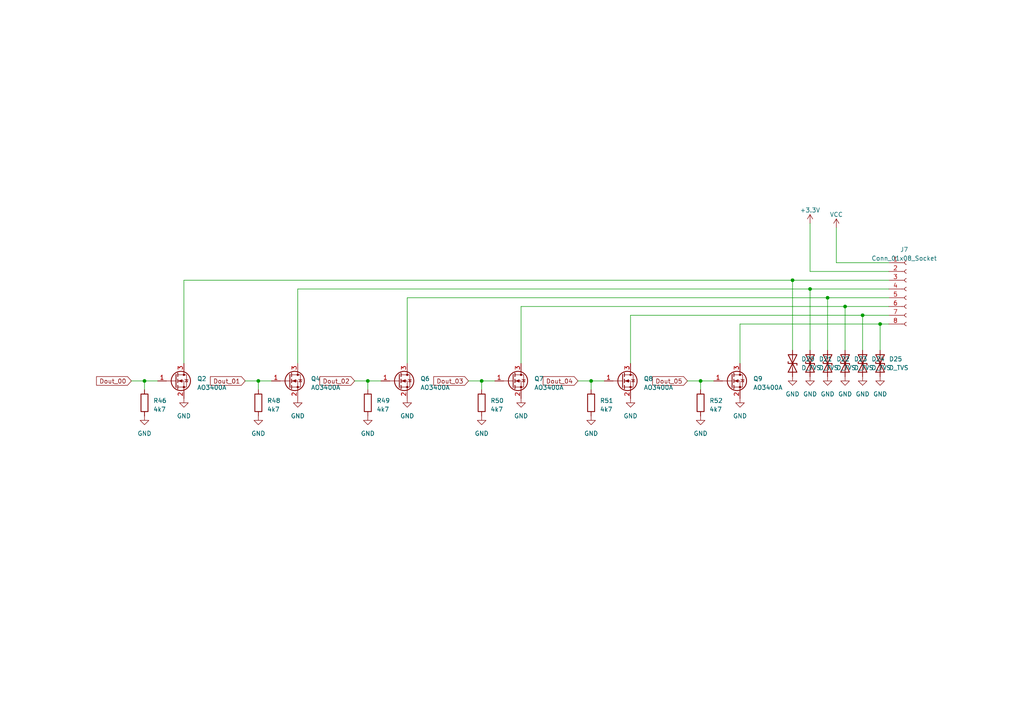
<source format=kicad_sch>
(kicad_sch (version 20231120) (generator "eeschema") (generator_version "8.0")
  (paper "A4")
  (lib_symbols
    (symbol "Connector:Conn_01x08_Socket" (pin_names (offset 1.016) hide)
      (property "Reference" "J" (at 0 10.16 0))
      (property "Value" "Conn_01x08_Socket" (at 0 -12.7 0))
      (symbol "Conn_01x08_Socket_1_1"
        (arc (start 0 -9.652) (mid -0.5058 -10.16) (end 0 -10.668) (stroke (width 0.1524)))
        (arc (start 0 -7.112) (mid -0.5058 -7.62) (end 0 -8.128) (stroke (width 0.1524)))
        (arc (start 0 -4.572) (mid -0.5058 -5.08) (end 0 -5.588) (stroke (width 0.1524)))
        (arc (start 0 -2.032) (mid -0.5058 -2.54) (end 0 -3.048) (stroke (width 0.1524)))
        (polyline (pts (xy -1.27 -10.16) (xy -0.508 -10.16)) (stroke (width 0.1524)))
        (polyline (pts (xy -1.27 -7.62) (xy -0.508 -7.62)) (stroke (width 0.1524)))
        (polyline (pts (xy -1.27 -5.08) (xy -0.508 -5.08)) (stroke (width 0.1524)))
        (polyline (pts (xy -1.27 -2.54) (xy -0.508 -2.54)) (stroke (width 0.1524)))
        (polyline (pts (xy -1.27 0) (xy -0.508 0)) (stroke (width 0.1524)))
        (polyline (pts (xy -1.27 2.54) (xy -0.508 2.54)) (stroke (width 0.1524)))
        (polyline (pts (xy -1.27 5.08) (xy -0.508 5.08)) (stroke (width 0.1524)))
        (polyline (pts (xy -1.27 7.62) (xy -0.508 7.62)) (stroke (width 0.1524)))
        (arc (start 0 0.508) (mid -0.5058 0) (end 0 -0.508) (stroke (width 0.1524)))
        (arc (start 0 3.048) (mid -0.5058 2.54) (end 0 2.032) (stroke (width 0.1524)))
        (arc (start 0 5.588) (mid -0.5058 5.08) (end 0 4.572) (stroke (width 0.1524)))
        (arc (start 0 8.128) (mid -0.5058 7.62) (end 0 7.112) (stroke (width 0.1524)))
        (pin passive line (at -5.08 7.62 0) (length 3.81) (name "Pin_1") (number "1"))
        (pin passive line (at -5.08 5.08 0) (length 3.81) (name "Pin_2") (number "2"))
        (pin passive line (at -5.08 2.54 0) (length 3.81) (name "Pin_3") (number "3"))
        (pin passive line (at -5.08 0 0) (length 3.81) (name "Pin_4") (number "4"))
        (pin passive line (at -5.08 -2.54 0) (length 3.81) (name "Pin_5") (number "5"))
        (pin passive line (at -5.08 -5.08 0) (length 3.81) (name "Pin_6") (number "6"))
        (pin passive line (at -5.08 -7.62 0) (length 3.81) (name "Pin_7") (number "7"))
        (pin passive line (at -5.08 -10.16 0) (length 3.81) (name "Pin_8") (number "8"))
      )
    )
    (symbol "Device:D_TVS" (pin_numbers hide) (pin_names (offset 1.016) hide)
      (property "Reference" "D" (at 0 2.54 0))
      (property "Value" "D_TVS" (at 0 -2.54 0))
      (symbol "D_TVS_0_1"
        (polyline (pts (xy 1.27 0) (xy -1.27 0)))
        (polyline (pts (xy 0.508 1.27) (xy 0 1.27) (xy 0 -1.27) (xy -0.508 -1.27)) (stroke (width 0.254)))
        (polyline (pts (xy -2.54 1.27) (xy -2.54 -1.27) (xy 2.54 1.27) (xy 2.54 -1.27) (xy -2.54 1.27)) (stroke (width 0.254)))
      )
      (symbol "D_TVS_1_1"
        (pin passive line (at -3.81 0 0) (length 2.54) (name "A1") (number "1"))
        (pin passive line (at 3.81 0 180) (length 2.54) (name "A2") (number "2"))
      )
    )
    (symbol "Device:R" (pin_numbers hide) (pin_names (offset 0))
      (property "Reference" "R" (at 2.032 0 90))
      (property "Value" "R" (at 0 0 90))
      (symbol "R_0_1"
        (rectangle (start -1.016 -2.54) (end 1.016 2.54) (stroke (width 0.254)))
      )
      (symbol "R_1_1"
        (pin passive line (at 0 3.81 270) (length 1.27) (name "~") (number "1"))
        (pin passive line (at 0 -3.81 90) (length 1.27) (name "~") (number "2"))
      )
    )
    (symbol "Transistor_FET:AO3400A" (pin_names hide)
      (property "Reference" "Q" (at 5.08 1.905 0))
      (property "Value" "AO3400A" (at 5.08 0 0))
      (symbol "AO3400A_0_1"
        (polyline (pts (xy 0.254 0) (xy -2.54 0)))
        (polyline (pts (xy 0.254 1.905) (xy 0.254 -1.905)) (stroke (width 0.254)))
        (polyline (pts (xy 0.762 -1.27) (xy 0.762 -2.286)) (stroke (width 0.254)))
        (polyline (pts (xy 0.762 0.508) (xy 0.762 -0.508)) (stroke (width 0.254)))
        (polyline (pts (xy 0.762 2.286) (xy 0.762 1.27)) (stroke (width 0.254)))
        (polyline (pts (xy 2.54 2.54) (xy 2.54 1.778)))
        (polyline (pts (xy 2.54 -2.54) (xy 2.54 0) (xy 0.762 0)))
        (polyline (pts (xy 0.762 -1.778) (xy 3.302 -1.778) (xy 3.302 1.778) (xy 0.762 1.778)))
        (polyline (pts (xy 1.016 0) (xy 2.032 0.381) (xy 2.032 -0.381) (xy 1.016 0)) (fill (type outline)))
        (polyline (pts (xy 2.794 0.508) (xy 2.921 0.381) (xy 3.683 0.381) (xy 3.81 0.254)))
        (polyline (pts (xy 3.302 0.381) (xy 2.921 -0.254) (xy 3.683 -0.254) (xy 3.302 0.381)))
        (circle (center 1.651 0) (radius 2.794) (stroke (width 0.254)))
        (circle (center 2.54 -1.778) (radius 0.254) (fill (type outline)))
        (circle (center 2.54 1.778) (radius 0.254) (fill (type outline)))
      )
      (symbol "AO3400A_1_1"
        (pin input line (at -5.08 0 0) (length 2.54) (name "G") (number "1"))
        (pin passive line (at 2.54 -5.08 90) (length 2.54) (name "S") (number "2"))
        (pin passive line (at 2.54 5.08 270) (length 2.54) (name "D") (number "3"))
      )
    )
    (symbol "power:+3.3V" (power) (pin_names (offset 0))
      (property "Value" "+3.3V" (at 0 3.556 0))
      (symbol "+3.3V_0_1"
        (polyline (pts (xy -0.762 1.27) (xy 0 2.54)))
        (polyline (pts (xy 0 0) (xy 0 2.54)))
        (polyline (pts (xy 0 2.54) (xy 0.762 1.27)))
      )
      (symbol "+3.3V_1_1"
        (pin power_in line (at 0 0 90) (length 0) hide (name "+3.3V") (number "1"))
      )
    )
    (symbol "power:GND" (power) (pin_names (offset 0))
      (property "Value" "GND" (at 0 -3.81 0))
      (symbol "GND_0_1"
        (polyline (pts (xy 0 0) (xy 0 -1.27) (xy 1.27 -1.27) (xy 0 -2.54) (xy -1.27 -1.27) (xy 0 -1.27)))
      )
      (symbol "GND_1_1"
        (pin power_in line (at 0 0 270) (length 0) hide (name "GND") (number "1"))
      )
    )
    (symbol "power:VCC" (power) (pin_names (offset 0))
      (property "Value" "VCC" (at 0 3.81 0))
      (symbol "VCC_0_1"
        (polyline (pts (xy -0.762 1.27) (xy 0 2.54)))
        (polyline (pts (xy 0 0) (xy 0 2.54)))
        (polyline (pts (xy 0 2.54) (xy 0.762 1.27)))
      )
      (symbol "VCC_1_1"
        (pin power_in line (at 0 0 90) (length 0) hide (name "VCC") (number "1"))
      )
    )
  )
  (junction (at 245.11 88.9))
  (junction (at 106.68 110.49))
  (junction (at 41.91 110.49))
  (junction (at 74.93 110.49))
  (junction (at 250.19 91.44))
  (junction (at 234.95 83.82))
  (junction (at 229.87 81.28))
  (junction (at 240.03 86.36))
  (junction (at 203.2 110.49))
  (junction (at 139.7 110.49))
  (junction (at 255.27 93.98))
  (junction (at 171.45 110.49))
  (wire (pts (xy 240.03 86.36) (xy 257.81 86.36)))
  (wire (pts (xy 45.72 110.49) (xy 41.91 110.49)))
  (wire (pts (xy 86.36 105.41) (xy 86.36 83.82)))
  (wire (pts (xy 118.11 86.36) (xy 240.03 86.36)))
  (wire (pts (xy 207.01 110.49) (xy 203.2 110.49)))
  (wire (pts (xy 257.81 81.28) (xy 229.87 81.28)))
  (wire (pts (xy 106.68 110.49) (xy 106.68 113.03)))
  (wire (pts (xy 143.51 110.49) (xy 139.7 110.49)))
  (wire (pts (xy 86.36 83.82) (xy 234.95 83.82)))
  (wire (pts (xy 245.11 88.9) (xy 245.11 101.6)))
  (wire (pts (xy 257.81 91.44) (xy 250.19 91.44)))
  (wire (pts (xy 234.95 83.82) (xy 257.81 83.82)))
  (wire (pts (xy 171.45 110.49) (xy 171.45 113.03)))
  (wire (pts (xy 71.12 110.49) (xy 74.93 110.49)))
  (wire (pts (xy 102.87 110.49) (xy 106.68 110.49)))
  (wire (pts (xy 78.74 110.49) (xy 74.93 110.49)))
  (wire (pts (xy 151.13 105.41) (xy 151.13 88.9)))
  (wire (pts (xy 245.11 88.9) (xy 257.81 88.9)))
  (wire (pts (xy 255.27 93.98) (xy 255.27 101.6)))
  (wire (pts (xy 234.95 78.74) (xy 257.81 78.74)))
  (wire (pts (xy 175.26 110.49) (xy 171.45 110.49)))
  (wire (pts (xy 229.87 81.28) (xy 229.87 101.6)))
  (wire (pts (xy 182.88 105.41) (xy 182.88 91.44)))
  (wire (pts (xy 41.91 110.49) (xy 41.91 113.03)))
  (wire (pts (xy 167.64 110.49) (xy 171.45 110.49)))
  (wire (pts (xy 214.63 105.41) (xy 214.63 93.98)))
  (wire (pts (xy 257.81 93.98) (xy 255.27 93.98)))
  (wire (pts (xy 234.95 64.77) (xy 234.95 78.74)))
  (wire (pts (xy 240.03 86.36) (xy 240.03 101.6)))
  (wire (pts (xy 250.19 91.44) (xy 250.19 101.6)))
  (wire (pts (xy 234.95 83.82) (xy 234.95 101.6)))
  (wire (pts (xy 139.7 110.49) (xy 139.7 113.03)))
  (wire (pts (xy 199.39 110.49) (xy 203.2 110.49)))
  (wire (pts (xy 38.1 110.49) (xy 41.91 110.49)))
  (wire (pts (xy 182.88 91.44) (xy 250.19 91.44)))
  (wire (pts (xy 135.89 110.49) (xy 139.7 110.49)))
  (wire (pts (xy 203.2 110.49) (xy 203.2 113.03)))
  (wire (pts (xy 151.13 88.9) (xy 245.11 88.9)))
  (wire (pts (xy 118.11 86.36) (xy 118.11 105.41)))
  (wire (pts (xy 74.93 110.49) (xy 74.93 113.03)))
  (wire (pts (xy 110.49 110.49) (xy 106.68 110.49)))
  (wire (pts (xy 257.81 76.2) (xy 242.57 76.2)))
  (wire (pts (xy 214.63 93.98) (xy 255.27 93.98)))
  (wire (pts (xy 242.57 66.04) (xy 242.57 76.2)))
  (wire (pts (xy 53.34 81.28) (xy 229.87 81.28)))
  (wire (pts (xy 53.34 105.41) (xy 53.34 81.28)))
  (global_label "Dout_04" (shape input) (at 167.64 110.49 180) (property "Intersheetrefs" "${INTERSHEET_REFS}" (effects (hide yes))))
  (global_label "Dout_00" (shape input) (at 38.1 110.49 180) (property "Intersheetrefs" "${INTERSHEET_REFS}" (effects (hide yes))))
  (global_label "Dout_05" (shape input) (at 199.39 110.49 180) (property "Intersheetrefs" "${INTERSHEET_REFS}" (effects (hide yes))))
  (global_label "Dout_02" (shape input) (at 102.87 110.49 180) (property "Intersheetrefs" "${INTERSHEET_REFS}" (effects (hide yes))))
  (global_label "Dout_03" (shape input) (at 135.89 110.49 180) (property "Intersheetrefs" "${INTERSHEET_REFS}" (effects (hide yes))))
  (global_label "Dout_01" (shape input) (at 71.12 110.49 180) (property "Intersheetrefs" "${INTERSHEET_REFS}" (effects (hide yes))))
  (symbol (lib_id "Device:R") (at 203.2 116.84 180) (unit 1)
    (property "Reference" "R52" (at 205.74 116.205 0) (effects (justify right)))
    (property "Value" "4k7" (at 205.74 118.745 0) (effects (justify right)))
    (property "Footprint" "Resistor_SMD:R_0402_1005Metric" (effects (hide yes)))
    (instances (project "WCH-ETH-LOW" (path "" (reference "R52") (unit 1))) (project "WCH-ETH" (path "" (reference "R37") (unit 1))))
  )
  (symbol (lib_id "power:GND") (at 245.11 109.22 0) (unit 1)
    (property "Reference" "#PWR093" (effects (hide yes)))
    (property "Value" "GND" (at 245.11 114.3 0))
    (instances (project "WCH-ETH-LOW" (path "" (reference "#PWR093") (unit 1))) (project "CanGateway" (path "" (reference "#PWR?") (unit 1))) (project "WCH-ETH" (path "" (reference "#PWR0106") (unit 1)) (path "" (reference "#PWR080") (unit 1))))
  )
  (symbol (lib_id "Device:D_TVS") (at 255.27 105.41 90) (unit 1)
    (property "Reference" "D25" (at 257.81 104.1399 90) (effects (justify right)))
    (property "Value" "D_TVS" (at 257.81 106.6799 90) (effects (justify right)))
    (property "Footprint" "Diode_SMD:D_0402_1005Metric" (effects (hide yes)))
    (instances (project "WCH-ETH-LOW" (path "" (reference "D25") (unit 1))) (project "CanGateway" (path "" (reference "D?") (unit 1))) (project "WCH-ETH" (path "" (reference "D19") (unit 1)) (path "" (reference "D17") (unit 1))))
  )
  (symbol (lib_id "Transistor_FET:AO3400A") (at 180.34 110.49 0) (unit 1)
    (property "Reference" "Q8" (at 186.69 109.855 0) (effects (justify left)))
    (property "Value" "AO3400A" (at 186.69 112.395 0) (effects (justify left)))
    (property "Footprint" "Package_TO_SOT_SMD:SOT-23" (effects (hide yes)))
    (property "Datasheet" "http://www.aosmd.com/pdfs/datasheet/AO3400A.pdf" (effects (hide yes)))
    (instances (project "WCH-ETH-LOW" (path "" (reference "Q8") (unit 1))) (project "WCH-ETH" (path "" (reference "Q3") (unit 1))))
  )
  (symbol (lib_id "Device:D_TVS") (at 229.87 105.41 90) (unit 1)
    (property "Reference" "D20" (at 232.41 104.1399 90) (effects (justify right)))
    (property "Value" "D_TVS" (at 232.41 106.6799 90) (effects (justify right)))
    (property "Footprint" "Diode_SMD:D_0402_1005Metric" (effects (hide yes)))
    (instances (project "WCH-ETH-LOW" (path "" (reference "D20") (unit 1))) (project "CanGateway" (path "" (reference "D?") (unit 1))) (project "WCH-ETH" (path "" (reference "D19") (unit 1)) (path "" (reference "D12") (unit 1))))
  )
  (symbol (lib_id "power:GND") (at 203.2 120.65 0) (unit 1)
    (property "Reference" "#PWR087" (effects (hide yes)))
    (property "Value" "GND" (at 203.2 125.73 0))
    (instances (project "WCH-ETH-LOW" (path "" (reference "#PWR087") (unit 1))) (project "WCH-ETH" (path "" (reference "#PWR075") (unit 1))))
  )
  (symbol (lib_id "power:GND") (at 250.19 109.22 0) (unit 1)
    (property "Reference" "#PWR094" (effects (hide yes)))
    (property "Value" "GND" (at 250.19 114.3 0))
    (instances (project "WCH-ETH-LOW" (path "" (reference "#PWR094") (unit 1))) (project "CanGateway" (path "" (reference "#PWR?") (unit 1))) (project "WCH-ETH" (path "" (reference "#PWR0106") (unit 1)) (path "" (reference "#PWR081") (unit 1))))
  )
  (symbol (lib_id "Device:R") (at 106.68 116.84 180) (unit 1)
    (property "Reference" "R49" (at 109.22 116.205 0) (effects (justify right)))
    (property "Value" "4k7" (at 109.22 118.745 0) (effects (justify right)))
    (property "Footprint" "Resistor_SMD:R_0402_1005Metric" (effects (hide yes)))
    (instances (project "WCH-ETH-LOW" (path "" (reference "R49") (unit 1))) (project "WCH-ETH" (path "" (reference "R37") (unit 1))))
  )
  (symbol (lib_id "power:+3.3V") (at 234.95 64.77 0) (unit 1)
    (property "Reference" "#PWR050" (effects (hide yes)))
    (property "Value" "+3.3V" (at 234.95 60.96 0))
  )
  (symbol (lib_id "power:GND") (at 234.95 109.22 0) (unit 1)
    (property "Reference" "#PWR090" (effects (hide yes)))
    (property "Value" "GND" (at 234.95 114.3 0))
    (instances (project "WCH-ETH-LOW" (path "" (reference "#PWR090") (unit 1))) (project "CanGateway" (path "" (reference "#PWR?") (unit 1))) (project "WCH-ETH" (path "" (reference "#PWR0106") (unit 1)) (path "" (reference "#PWR078") (unit 1))))
  )
  (symbol (lib_id "power:GND") (at 240.03 109.22 0) (unit 1)
    (property "Reference" "#PWR091" (effects (hide yes)))
    (property "Value" "GND" (at 240.03 114.3 0))
    (instances (project "WCH-ETH-LOW" (path "" (reference "#PWR091") (unit 1))) (project "CanGateway" (path "" (reference "#PWR?") (unit 1))) (project "WCH-ETH" (path "" (reference "#PWR0106") (unit 1)) (path "" (reference "#PWR079") (unit 1))))
  )
  (symbol (lib_id "Device:R") (at 41.91 116.84 180) (unit 1)
    (property "Reference" "R46" (at 44.45 116.205 0) (effects (justify right)))
    (property "Value" "4k7" (at 44.45 118.745 0) (effects (justify right)))
    (property "Footprint" "Resistor_SMD:R_0402_1005Metric" (effects (hide yes)))
    (instances (project "WCH-ETH-LOW" (path "" (reference "R46") (unit 1))) (project "WCH-ETH" (path "" (reference "R38") (unit 1))))
  )
  (symbol (lib_id "power:GND") (at 214.63 115.57 0) (unit 1)
    (property "Reference" "#PWR088" (effects (hide yes)))
    (property "Value" "GND" (at 214.63 120.65 0))
    (instances (project "WCH-ETH-LOW" (path "" (reference "#PWR088") (unit 1))) (project "WCH-ETH" (path "" (reference "#PWR076") (unit 1))))
  )
  (symbol (lib_id "Connector:Conn_01x08_Socket") (at 262.89 83.82 0) (unit 1)
    (property "Reference" "J7" (at 262.255 72.39 0))
    (property "Value" "Conn_01x08_Socket" (at 262.255 74.93 0))
    (property "Footprint" "Connector_JST:JST_PH_B8B-PH-SM4-TB_1x08-1MP_P2.00mm_Vertical" (effects (hide yes)))
    (instances (project "WCH-ETH-LOW" (path "" (reference "J7") (unit 1))) (project "WCH-ETH" (path "" (reference "J9") (unit 1))))
  )
  (symbol (lib_id "power:GND") (at 139.7 120.65 0) (unit 1)
    (property "Reference" "#PWR083" (effects (hide yes)))
    (property "Value" "GND" (at 139.7 125.73 0))
    (instances (project "WCH-ETH-LOW" (path "" (reference "#PWR083") (unit 1))) (project "WCH-ETH" (path "" (reference "#PWR085") (unit 1))))
  )
  (symbol (lib_id "power:GND") (at 86.36 115.57 0) (unit 1)
    (property "Reference" "#PWR080" (effects (hide yes)))
    (property "Value" "GND" (at 86.36 120.65 0))
    (instances (project "WCH-ETH-LOW" (path "" (reference "#PWR080") (unit 1))) (project "WCH-ETH" (path "" (reference "#PWR090") (unit 1))))
  )
  (symbol (lib_id "power:GND") (at 255.27 109.22 0) (unit 1)
    (property "Reference" "#PWR096" (effects (hide yes)))
    (property "Value" "GND" (at 255.27 114.3 0))
    (instances (project "WCH-ETH-LOW" (path "" (reference "#PWR096") (unit 1))) (project "CanGateway" (path "" (reference "#PWR?") (unit 1))) (project "WCH-ETH" (path "" (reference "#PWR0106") (unit 1)) (path "" (reference "#PWR082") (unit 1))))
  )
  (symbol (lib_id "Device:R") (at 74.93 116.84 180) (unit 1)
    (property "Reference" "R48" (at 77.47 116.205 0) (effects (justify right)))
    (property "Value" "4k7" (at 77.47 118.745 0) (effects (justify right)))
    (property "Footprint" "Resistor_SMD:R_0402_1005Metric" (effects (hide yes)))
    (instances (project "WCH-ETH-LOW" (path "" (reference "R48") (unit 1))) (project "WCH-ETH" (path "" (reference "R37") (unit 1))))
  )
  (symbol (lib_id "power:GND") (at 53.34 115.57 0) (unit 1)
    (property "Reference" "#PWR077" (effects (hide yes)))
    (property "Value" "GND" (at 53.34 120.65 0))
    (instances (project "WCH-ETH-LOW" (path "" (reference "#PWR077") (unit 1))) (project "WCH-ETH" (path "" (reference "#PWR092") (unit 1))))
  )
  (symbol (lib_id "Device:D_TVS") (at 245.11 105.41 90) (unit 1)
    (property "Reference" "D23" (at 247.65 104.1399 90) (effects (justify right)))
    (property "Value" "D_TVS" (at 247.65 106.6799 90) (effects (justify right)))
    (property "Footprint" "Diode_SMD:D_0402_1005Metric" (effects (hide yes)))
    (instances (project "WCH-ETH-LOW" (path "" (reference "D23") (unit 1))) (project "CanGateway" (path "" (reference "D?") (unit 1))) (project "WCH-ETH" (path "" (reference "D19") (unit 1)) (path "" (reference "D15") (unit 1))))
  )
  (symbol (lib_id "Device:D_TVS") (at 240.03 105.41 90) (unit 1)
    (property "Reference" "D22" (at 242.57 104.1399 90) (effects (justify right)))
    (property "Value" "D_TVS" (at 242.57 106.6799 90) (effects (justify right)))
    (property "Footprint" "Diode_SMD:D_0402_1005Metric" (effects (hide yes)))
    (instances (project "WCH-ETH-LOW" (path "" (reference "D22") (unit 1))) (project "CanGateway" (path "" (reference "D?") (unit 1))) (project "WCH-ETH" (path "" (reference "D19") (unit 1)) (path "" (reference "D14") (unit 1))))
  )
  (symbol (lib_id "Transistor_FET:AO3400A") (at 212.09 110.49 0) (unit 1)
    (property "Reference" "Q9" (at 218.44 109.855 0) (effects (justify left)))
    (property "Value" "AO3400A" (at 218.44 112.395 0) (effects (justify left)))
    (property "Footprint" "Package_TO_SOT_SMD:SOT-23" (effects (hide yes)))
    (property "Datasheet" "http://www.aosmd.com/pdfs/datasheet/AO3400A.pdf" (effects (hide yes)))
    (instances (project "WCH-ETH-LOW" (path "" (reference "Q9") (unit 1))) (project "WCH-ETH" (path "" (reference "Q2") (unit 1))))
  )
  (symbol (lib_id "power:GND") (at 74.93 120.65 0) (unit 1)
    (property "Reference" "#PWR079" (effects (hide yes)))
    (property "Value" "GND" (at 74.93 125.73 0))
    (instances (project "WCH-ETH-LOW" (path "" (reference "#PWR079") (unit 1))) (project "WCH-ETH" (path "" (reference "#PWR089") (unit 1))))
  )
  (symbol (lib_id "power:GND") (at 41.91 120.65 0) (unit 1)
    (property "Reference" "#PWR076" (effects (hide yes)))
    (property "Value" "GND" (at 41.91 125.73 0))
    (instances (project "WCH-ETH-LOW" (path "" (reference "#PWR076") (unit 1))) (project "WCH-ETH" (path "" (reference "#PWR091") (unit 1))))
  )
  (symbol (lib_id "power:GND") (at 118.11 115.57 0) (unit 1)
    (property "Reference" "#PWR082" (effects (hide yes)))
    (property "Value" "GND" (at 118.11 120.65 0))
    (instances (project "WCH-ETH-LOW" (path "" (reference "#PWR082") (unit 1))) (project "WCH-ETH" (path "" (reference "#PWR088") (unit 1))))
  )
  (symbol (lib_id "Transistor_FET:AO3400A") (at 115.57 110.49 0) (unit 1)
    (property "Reference" "Q6" (at 121.92 109.855 0) (effects (justify left)))
    (property "Value" "AO3400A" (at 121.92 112.395 0) (effects (justify left)))
    (property "Footprint" "Package_TO_SOT_SMD:SOT-23" (effects (hide yes)))
    (property "Datasheet" "http://www.aosmd.com/pdfs/datasheet/AO3400A.pdf" (effects (hide yes)))
    (instances (project "WCH-ETH-LOW" (path "" (reference "Q6") (unit 1))) (project "WCH-ETH" (path "" (reference "Q5") (unit 1))))
  )
  (symbol (lib_id "Transistor_FET:AO3400A") (at 83.82 110.49 0) (unit 1)
    (property "Reference" "Q4" (at 90.17 109.855 0) (effects (justify left)))
    (property "Value" "AO3400A" (at 90.17 112.395 0) (effects (justify left)))
    (property "Footprint" "Package_TO_SOT_SMD:SOT-23" (effects (hide yes)))
    (property "Datasheet" "http://www.aosmd.com/pdfs/datasheet/AO3400A.pdf" (effects (hide yes)))
    (instances (project "WCH-ETH-LOW" (path "" (reference "Q4") (unit 1))) (project "WCH-ETH" (path "" (reference "Q6") (unit 1))))
  )
  (symbol (lib_id "Device:D_TVS") (at 234.95 105.41 90) (unit 1)
    (property "Reference" "D21" (at 237.49 104.1399 90) (effects (justify right)))
    (property "Value" "D_TVS" (at 237.49 106.6799 90) (effects (justify right)))
    (property "Footprint" "Diode_SMD:D_0402_1005Metric" (effects (hide yes)))
    (instances (project "WCH-ETH-LOW" (path "" (reference "D21") (unit 1))) (project "CanGateway" (path "" (reference "D?") (unit 1))) (project "WCH-ETH" (path "" (reference "D19") (unit 1)) (path "" (reference "D13") (unit 1))))
  )
  (symbol (lib_id "power:VCC") (at 242.57 66.04 0) (unit 1)
    (property "Reference" "#PWR095" (effects (hide yes)))
    (property "Value" "VCC" (at 242.57 62.23 0))
    (instances (project "WCH-ETH-LOW" (path "" (reference "#PWR095") (unit 1))) (project "WCH-ETH" (path "" (reference "#PWR070") (unit 1)) (path "" (reference "#PWR074") (unit 1))))
  )
  (symbol (lib_id "Device:R") (at 171.45 116.84 180) (unit 1)
    (property "Reference" "R51" (at 173.99 116.205 0) (effects (justify right)))
    (property "Value" "4k7" (at 173.99 118.745 0) (effects (justify right)))
    (property "Footprint" "Resistor_SMD:R_0402_1005Metric" (effects (hide yes)))
    (instances (project "WCH-ETH-LOW" (path "" (reference "R51") (unit 1))) (project "WCH-ETH" (path "" (reference "R37") (unit 1))))
  )
  (symbol (lib_id "Transistor_FET:AO3400A") (at 50.8 110.49 0) (unit 1)
    (property "Reference" "Q2" (at 57.15 109.855 0) (effects (justify left)))
    (property "Value" "AO3400A" (at 57.15 112.395 0) (effects (justify left)))
    (property "Footprint" "Package_TO_SOT_SMD:SOT-23" (effects (hide yes)))
    (property "Datasheet" "http://www.aosmd.com/pdfs/datasheet/AO3400A.pdf" (effects (hide yes)))
    (instances (project "WCH-ETH-LOW" (path "" (reference "Q2") (unit 1))) (project "WCH-ETH" (path "" (reference "Q7") (unit 1))))
  )
  (symbol (lib_id "power:GND") (at 151.13 115.57 0) (unit 1)
    (property "Reference" "#PWR084" (effects (hide yes)))
    (property "Value" "GND" (at 151.13 120.65 0))
    (instances (project "WCH-ETH-LOW" (path "" (reference "#PWR084") (unit 1))) (project "WCH-ETH" (path "" (reference "#PWR086") (unit 1))))
  )
  (symbol (lib_id "power:GND") (at 182.88 115.57 0) (unit 1)
    (property "Reference" "#PWR086" (effects (hide yes)))
    (property "Value" "GND" (at 182.88 120.65 0))
    (instances (project "WCH-ETH-LOW" (path "" (reference "#PWR086") (unit 1))) (project "WCH-ETH" (path "" (reference "#PWR084") (unit 1))))
  )
  (symbol (lib_id "Device:D_TVS") (at 250.19 105.41 90) (unit 1)
    (property "Reference" "D24" (at 252.73 104.1399 90) (effects (justify right)))
    (property "Value" "D_TVS" (at 252.73 106.6799 90) (effects (justify right)))
    (property "Footprint" "Diode_SMD:D_0402_1005Metric" (effects (hide yes)))
    (instances (project "WCH-ETH-LOW" (path "" (reference "D24") (unit 1))) (project "CanGateway" (path "" (reference "D?") (unit 1))) (project "WCH-ETH" (path "" (reference "D19") (unit 1)) (path "" (reference "D16") (unit 1))))
  )
  (symbol (lib_id "power:GND") (at 106.68 120.65 0) (unit 1)
    (property "Reference" "#PWR081" (effects (hide yes)))
    (property "Value" "GND" (at 106.68 125.73 0))
    (instances (project "WCH-ETH-LOW" (path "" (reference "#PWR081") (unit 1))) (project "WCH-ETH" (path "" (reference "#PWR087") (unit 1))))
  )
  (symbol (lib_id "Transistor_FET:AO3400A") (at 148.59 110.49 0) (unit 1)
    (property "Reference" "Q7" (at 154.94 109.855 0) (effects (justify left)))
    (property "Value" "AO3400A" (at 154.94 112.395 0) (effects (justify left)))
    (property "Footprint" "Package_TO_SOT_SMD:SOT-23" (effects (hide yes)))
    (property "Datasheet" "http://www.aosmd.com/pdfs/datasheet/AO3400A.pdf" (effects (hide yes)))
    (instances (project "WCH-ETH-LOW" (path "" (reference "Q7") (unit 1))) (project "WCH-ETH" (path "" (reference "Q4") (unit 1))))
  )
  (symbol (lib_id "Device:R") (at 139.7 116.84 180) (unit 1)
    (property "Reference" "R50" (at 142.24 116.205 0) (effects (justify right)))
    (property "Value" "4k7" (at 142.24 118.745 0) (effects (justify right)))
    (property "Footprint" "Resistor_SMD:R_0402_1005Metric" (effects (hide yes)))
    (instances (project "WCH-ETH-LOW" (path "" (reference "R50") (unit 1))) (project "WCH-ETH" (path "" (reference "R37") (unit 1))))
  )
  (symbol (lib_id "power:GND") (at 171.45 120.65 0) (unit 1)
    (property "Reference" "#PWR085" (effects (hide yes)))
    (property "Value" "GND" (at 171.45 125.73 0))
    (instances (project "WCH-ETH-LOW" (path "" (reference "#PWR085") (unit 1))) (project "WCH-ETH" (path "" (reference "#PWR083") (unit 1))))
  )
  (symbol (lib_id "power:GND") (at 229.87 109.22 0) (unit 1)
    (property "Reference" "#PWR089" (effects (hide yes)))
    (property "Value" "GND" (at 229.87 114.3 0))
    (instances (project "WCH-ETH-LOW" (path "" (reference "#PWR089") (unit 1))) (project "CanGateway" (path "" (reference "#PWR?") (unit 1))) (project "WCH-ETH" (path "" (reference "#PWR0106") (unit 1)) (path "" (reference "#PWR077") (unit 1))))
  )
)
</source>
